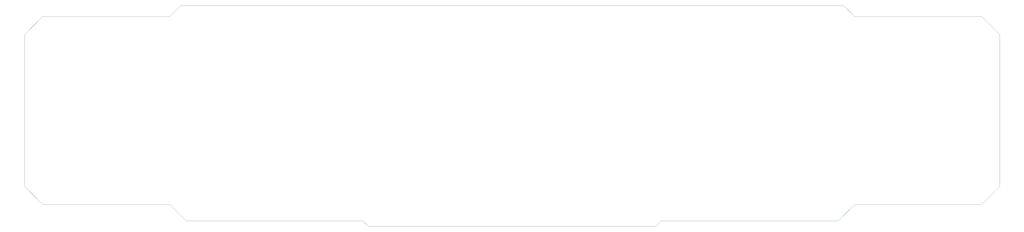
<source format=gbr>
%TF.GenerationSoftware,KiCad,Pcbnew,7.0.9*%
%TF.CreationDate,2023-12-30T16:17:41+00:00*%
%TF.ProjectId,keybird42,6b657962-6972-4643-9432-2e6b69636164,0.1*%
%TF.SameCoordinates,Original*%
%TF.FileFunction,Profile,NP*%
%FSLAX46Y46*%
G04 Gerber Fmt 4.6, Leading zero omitted, Abs format (unit mm)*
G04 Created by KiCad (PCBNEW 7.0.9) date 2023-12-30 16:17:41*
%MOMM*%
%LPD*%
G01*
G04 APERTURE LIST*
%TA.AperFunction,Profile*%
%ADD10C,0.100000*%
%TD*%
G04 APERTURE END LIST*
D10*
X164306250Y-111918750D02*
X166687500Y-114300000D01*
X431006612Y-23812520D02*
X376237500Y-23812500D01*
X431006612Y-104775000D02*
X438745681Y-97036019D01*
X292893750Y-111918750D02*
X369093750Y-111918750D01*
X438745681Y-97036019D02*
X438745681Y-31551589D01*
X26193772Y-23812520D02*
X18454703Y-31551589D01*
X371475000Y-19050000D02*
X85725000Y-19050000D01*
X80962500Y-104775000D02*
X88106250Y-111918750D01*
X290512500Y-114300000D02*
X292893750Y-111918750D01*
X80962500Y-23812500D02*
X26193772Y-23812520D01*
X376237500Y-23812500D02*
X371475000Y-19050000D01*
X376237500Y-104775000D02*
X431006612Y-104775000D01*
X26193772Y-104775088D02*
X80962500Y-104775000D01*
X369093750Y-111918750D02*
X376237500Y-104775000D01*
X431006612Y-23812520D02*
X438745681Y-31551589D01*
X85725000Y-19050000D02*
X80962500Y-23812500D01*
X88106250Y-111918750D02*
X164306250Y-111918750D01*
X26193772Y-104775088D02*
X18454703Y-97036019D01*
X18454703Y-31551589D02*
X18454703Y-97036019D01*
X166687500Y-114300000D02*
X290512500Y-114300000D01*
M02*

</source>
